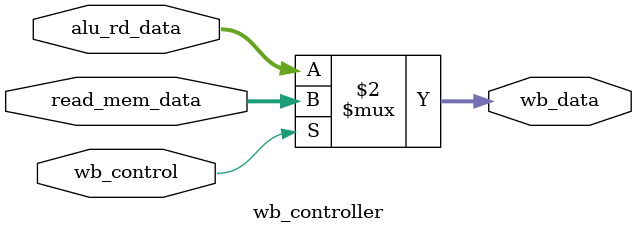
<source format=sv>
`timescale 1ns/10ps

module wb_controller(
					alu_rd_data,
					read_mem_data,
					wb_control,
					
					wb_data

						);
localparam DATA_SIZE  =32;

output logic [DATA_SIZE-1:0] wb_data;

input        [DATA_SIZE-1:0] alu_rd_data;
input        [DATA_SIZE-1:0] read_mem_data;
input                        wb_control;

always_comb
begin
	wb_data=(wb_control)?read_mem_data:alu_rd_data;
end
endmodule

</source>
